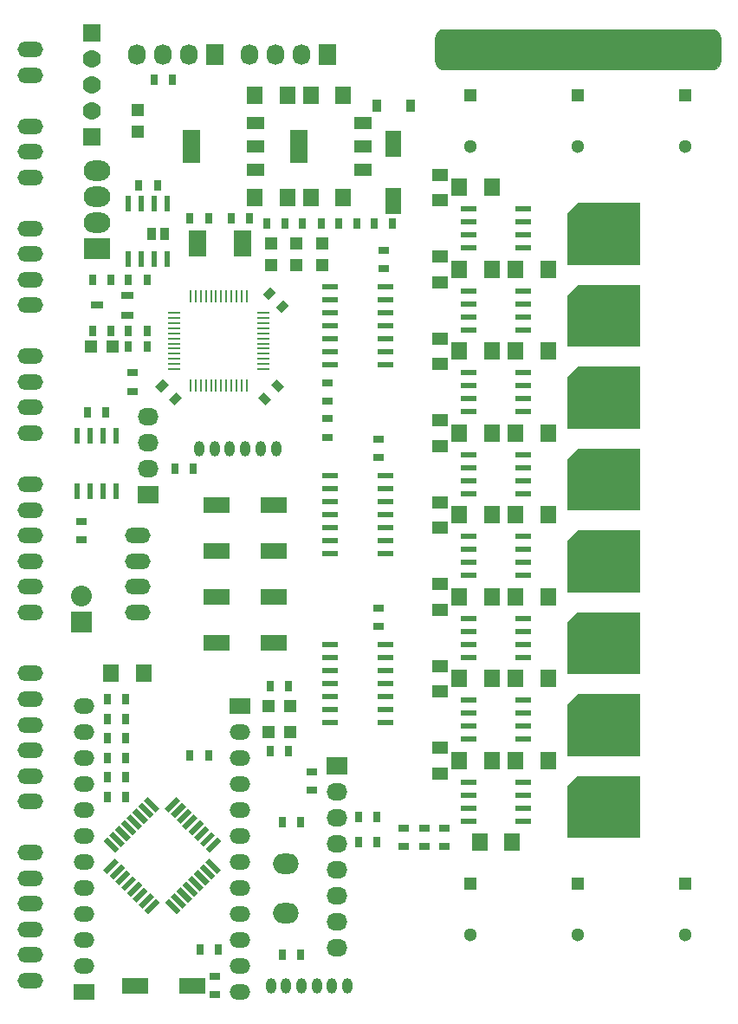
<source format=gbr>
G04 #@! TF.FileFunction,Soldermask,Top*
%FSLAX46Y46*%
G04 Gerber Fmt 4.6, Leading zero omitted, Abs format (unit mm)*
G04 Created by KiCad (PCBNEW 4.0.6) date 08/07/17 13:50:18*
%MOMM*%
%LPD*%
G01*
G04 APERTURE LIST*
%ADD10C,0.100000*%
%ADD11O,2.500000X1.500000*%
%ADD12R,0.800000X1.000000*%
%ADD13O,1.000000X1.524000*%
%ADD14R,1.800000X2.600000*%
%ADD15R,1.300000X1.300000*%
%ADD16C,1.300000*%
%ADD17R,1.000000X0.800000*%
%ADD18R,1.600000X1.800000*%
%ADD19R,1.198880X1.198880*%
%ADD20R,1.500000X1.300000*%
%ADD21R,0.250000X1.300000*%
%ADD22R,1.300000X0.250000*%
%ADD23R,1.700000X1.200000*%
%ADD24R,1.700000X3.300000*%
%ADD25R,1.550000X0.600000*%
%ADD26R,2.032000X1.727200*%
%ADD27O,2.032000X1.727200*%
%ADD28O,2.499360X1.998980*%
%ADD29R,1.727200X2.032000*%
%ADD30O,1.727200X2.032000*%
%ADD31R,1.500000X0.600000*%
%ADD32R,0.600000X1.550000*%
%ADD33R,2.600000X2.000000*%
%ADD34O,2.600000X2.000000*%
%ADD35R,0.910000X1.220000*%
%ADD36R,1.200000X0.800100*%
%ADD37R,2.032000X1.500000*%
%ADD38O,2.032000X1.500000*%
%ADD39R,2.032000X2.032000*%
%ADD40O,2.032000X2.032000*%
%ADD41C,1.770000*%
%ADD42R,1.770000X1.770000*%
%ADD43R,2.600000X1.500000*%
%ADD44R,1.500000X2.600000*%
%ADD45R,0.965200X1.270000*%
%ADD46C,0.026000*%
G04 APERTURE END LIST*
D10*
D11*
X3000000Y-2500000D03*
X3000000Y-5000000D03*
D12*
X14400000Y-30000000D03*
X12600000Y-30000000D03*
D13*
X34000000Y-94000000D03*
X32500000Y-94000000D03*
X31000000Y-94000000D03*
X29500000Y-94000000D03*
X28000000Y-94000000D03*
X26500000Y-94000000D03*
D14*
X23700000Y-21500000D03*
X19300000Y-21500000D03*
D15*
X67000000Y-7000000D03*
D16*
X67000000Y-12000000D03*
D17*
X37500000Y-22100000D03*
X37500000Y-23900000D03*
D18*
X24900000Y-7000000D03*
X28100000Y-7000000D03*
D12*
X24400000Y-19000000D03*
X22600000Y-19000000D03*
X18600000Y-19000000D03*
X20400000Y-19000000D03*
X15400000Y-15750000D03*
X13600000Y-15750000D03*
D18*
X24900000Y-17000000D03*
X28100000Y-17000000D03*
D10*
G36*
X28272792Y-27565685D02*
X27565685Y-28272792D01*
X27000000Y-27707107D01*
X27707107Y-27000000D01*
X28272792Y-27565685D01*
X28272792Y-27565685D01*
G37*
G36*
X27000000Y-26292893D02*
X26292893Y-27000000D01*
X25727208Y-26434315D01*
X26434315Y-25727208D01*
X27000000Y-26292893D01*
X27000000Y-26292893D01*
G37*
G36*
X25934315Y-37272792D02*
X25227208Y-36565685D01*
X25792893Y-36000000D01*
X26500000Y-36707107D01*
X25934315Y-37272792D01*
X25934315Y-37272792D01*
G37*
G36*
X27207107Y-36000000D02*
X26500000Y-35292893D01*
X27065685Y-34727208D01*
X27772792Y-35434315D01*
X27207107Y-36000000D01*
X27207107Y-36000000D01*
G37*
G36*
X15227208Y-35434315D02*
X15934315Y-34727208D01*
X16500000Y-35292893D01*
X15792893Y-36000000D01*
X15227208Y-35434315D01*
X15227208Y-35434315D01*
G37*
G36*
X16500000Y-36707107D02*
X17207107Y-36000000D01*
X17772792Y-36565685D01*
X17065685Y-37272792D01*
X16500000Y-36707107D01*
X16500000Y-36707107D01*
G37*
D18*
X48100000Y-16000000D03*
X44900000Y-16000000D03*
X50100000Y-80000000D03*
X46900000Y-80000000D03*
X53600000Y-24000000D03*
X50400000Y-24000000D03*
X48100000Y-24000000D03*
X44900000Y-24000000D03*
D19*
X13500000Y-10549020D03*
X13500000Y-8450980D03*
X31500000Y-23549020D03*
X31500000Y-21450980D03*
D20*
X43000000Y-17250000D03*
X43000000Y-14750000D03*
X43000000Y-25250000D03*
X43000000Y-22750000D03*
D13*
X27000000Y-41500000D03*
X25500000Y-41500000D03*
X24000000Y-41500000D03*
X22500000Y-41500000D03*
X21000000Y-41500000D03*
X19500000Y-41500000D03*
D12*
X36600000Y-19500000D03*
X38400000Y-19500000D03*
D17*
X32000000Y-36900000D03*
X32000000Y-35100000D03*
D12*
X16900000Y-5500000D03*
X15100000Y-5500000D03*
X34900000Y-19500000D03*
X33100000Y-19500000D03*
D21*
X24150000Y-26650000D03*
X23650000Y-26650000D03*
X23150000Y-26650000D03*
X22650000Y-26650000D03*
X22150000Y-26650000D03*
X21650000Y-26650000D03*
X21150000Y-26650000D03*
X20650000Y-26650000D03*
X20150000Y-26650000D03*
X19650000Y-26650000D03*
X19150000Y-26650000D03*
X18650000Y-26650000D03*
D22*
X17050000Y-28250000D03*
X17050000Y-28750000D03*
X17050000Y-29250000D03*
X17050000Y-29750000D03*
X17050000Y-30250000D03*
X17050000Y-30750000D03*
X17050000Y-31250000D03*
X17050000Y-31750000D03*
X17050000Y-32250000D03*
X17050000Y-32750000D03*
X17050000Y-33250000D03*
X17050000Y-33750000D03*
D21*
X18650000Y-35350000D03*
X19150000Y-35350000D03*
X19650000Y-35350000D03*
X20150000Y-35350000D03*
X20650000Y-35350000D03*
X21150000Y-35350000D03*
X21650000Y-35350000D03*
X22150000Y-35350000D03*
X22650000Y-35350000D03*
X23150000Y-35350000D03*
X23650000Y-35350000D03*
X24150000Y-35350000D03*
D22*
X25750000Y-33750000D03*
X25750000Y-33250000D03*
X25750000Y-32750000D03*
X25750000Y-32250000D03*
X25750000Y-31750000D03*
X25750000Y-31250000D03*
X25750000Y-30750000D03*
X25750000Y-30250000D03*
X25750000Y-29750000D03*
X25750000Y-29250000D03*
X25750000Y-28750000D03*
X25750000Y-28250000D03*
D23*
X25000000Y-14300000D03*
X25000000Y-12000000D03*
X25000000Y-9700000D03*
D24*
X18700000Y-12000000D03*
D25*
X45800000Y-50095000D03*
X45800000Y-51365000D03*
X45800000Y-52635000D03*
X45800000Y-53905000D03*
X51200000Y-53905000D03*
X51200000Y-52635000D03*
X51200000Y-51365000D03*
X51200000Y-50095000D03*
X45800000Y-58095000D03*
X45800000Y-59365000D03*
X45800000Y-60635000D03*
X45800000Y-61905000D03*
X51200000Y-61905000D03*
X51200000Y-60635000D03*
X51200000Y-59365000D03*
X51200000Y-58095000D03*
D18*
X53600000Y-32000000D03*
X50400000Y-32000000D03*
X53600000Y-40000000D03*
X50400000Y-40000000D03*
X53600000Y-48000000D03*
X50400000Y-48000000D03*
X53600000Y-56000000D03*
X50400000Y-56000000D03*
X48100000Y-32000000D03*
X44900000Y-32000000D03*
X48100000Y-40000000D03*
X44900000Y-40000000D03*
X48100000Y-48000000D03*
X44900000Y-48000000D03*
X48100000Y-56000000D03*
X44900000Y-56000000D03*
D20*
X43000000Y-33250000D03*
X43000000Y-30750000D03*
X43000000Y-41250000D03*
X43000000Y-38750000D03*
X43000000Y-49250000D03*
X43000000Y-46750000D03*
X43000000Y-57250000D03*
X43000000Y-54750000D03*
D25*
X45800000Y-66095000D03*
X45800000Y-67365000D03*
X45800000Y-68635000D03*
X45800000Y-69905000D03*
X51200000Y-69905000D03*
X51200000Y-68635000D03*
X51200000Y-67365000D03*
X51200000Y-66095000D03*
X45800000Y-74095000D03*
X45800000Y-75365000D03*
X45800000Y-76635000D03*
X45800000Y-77905000D03*
X51200000Y-77905000D03*
X51200000Y-76635000D03*
X51200000Y-75365000D03*
X51200000Y-74095000D03*
X45800000Y-18095000D03*
X45800000Y-19365000D03*
X45800000Y-20635000D03*
X45800000Y-21905000D03*
X51200000Y-21905000D03*
X51200000Y-20635000D03*
X51200000Y-19365000D03*
X51200000Y-18095000D03*
X45800000Y-26095000D03*
X45800000Y-27365000D03*
X45800000Y-28635000D03*
X45800000Y-29905000D03*
X51200000Y-29905000D03*
X51200000Y-28635000D03*
X51200000Y-27365000D03*
X51200000Y-26095000D03*
D18*
X53600000Y-64000000D03*
X50400000Y-64000000D03*
X53600000Y-72000000D03*
X50400000Y-72000000D03*
X48100000Y-64000000D03*
X44900000Y-64000000D03*
X48100000Y-72000000D03*
X44900000Y-72000000D03*
D20*
X43000000Y-65250000D03*
X43000000Y-62750000D03*
X43000000Y-73250000D03*
X43000000Y-70750000D03*
D25*
X45800000Y-34095000D03*
X45800000Y-35365000D03*
X45800000Y-36635000D03*
X45800000Y-37905000D03*
X51200000Y-37905000D03*
X51200000Y-36635000D03*
X51200000Y-35365000D03*
X51200000Y-34095000D03*
X45800000Y-42095000D03*
X45800000Y-43365000D03*
X45800000Y-44635000D03*
X45800000Y-45905000D03*
X51200000Y-45905000D03*
X51200000Y-44635000D03*
X51200000Y-43365000D03*
X51200000Y-42095000D03*
D12*
X29400000Y-91000000D03*
X27600000Y-91000000D03*
X29400000Y-78000000D03*
X27600000Y-78000000D03*
D10*
G36*
X17675445Y-86636334D02*
X17286536Y-87025243D01*
X16155165Y-85893872D01*
X16544074Y-85504963D01*
X17675445Y-86636334D01*
X17675445Y-86636334D01*
G37*
G36*
X18241130Y-86070648D02*
X17852221Y-86459557D01*
X16720850Y-85328186D01*
X17109759Y-84939277D01*
X18241130Y-86070648D01*
X18241130Y-86070648D01*
G37*
G36*
X18806816Y-85504963D02*
X18417907Y-85893872D01*
X17286536Y-84762501D01*
X17675445Y-84373592D01*
X18806816Y-85504963D01*
X18806816Y-85504963D01*
G37*
G36*
X19372501Y-84939278D02*
X18983592Y-85328187D01*
X17852221Y-84196816D01*
X18241130Y-83807907D01*
X19372501Y-84939278D01*
X19372501Y-84939278D01*
G37*
G36*
X19938187Y-84373592D02*
X19549278Y-84762501D01*
X18417907Y-83631130D01*
X18806816Y-83242221D01*
X19938187Y-84373592D01*
X19938187Y-84373592D01*
G37*
G36*
X20503872Y-83807907D02*
X20114963Y-84196816D01*
X18983592Y-83065445D01*
X19372501Y-82676536D01*
X20503872Y-83807907D01*
X20503872Y-83807907D01*
G37*
G36*
X21069557Y-83242221D02*
X20680648Y-83631130D01*
X19549277Y-82499759D01*
X19938186Y-82110850D01*
X21069557Y-83242221D01*
X21069557Y-83242221D01*
G37*
G36*
X21635243Y-82676536D02*
X21246334Y-83065445D01*
X20114963Y-81934074D01*
X20503872Y-81545165D01*
X21635243Y-82676536D01*
X21635243Y-82676536D01*
G37*
G36*
X21246334Y-79494555D02*
X21635243Y-79883464D01*
X20503872Y-81014835D01*
X20114963Y-80625926D01*
X21246334Y-79494555D01*
X21246334Y-79494555D01*
G37*
G36*
X20680648Y-78928870D02*
X21069557Y-79317779D01*
X19938186Y-80449150D01*
X19549277Y-80060241D01*
X20680648Y-78928870D01*
X20680648Y-78928870D01*
G37*
G36*
X20114963Y-78363184D02*
X20503872Y-78752093D01*
X19372501Y-79883464D01*
X18983592Y-79494555D01*
X20114963Y-78363184D01*
X20114963Y-78363184D01*
G37*
G36*
X19549278Y-77797499D02*
X19938187Y-78186408D01*
X18806816Y-79317779D01*
X18417907Y-78928870D01*
X19549278Y-77797499D01*
X19549278Y-77797499D01*
G37*
G36*
X18983592Y-77231813D02*
X19372501Y-77620722D01*
X18241130Y-78752093D01*
X17852221Y-78363184D01*
X18983592Y-77231813D01*
X18983592Y-77231813D01*
G37*
G36*
X18417907Y-76666128D02*
X18806816Y-77055037D01*
X17675445Y-78186408D01*
X17286536Y-77797499D01*
X18417907Y-76666128D01*
X18417907Y-76666128D01*
G37*
G36*
X17852221Y-76100443D02*
X18241130Y-76489352D01*
X17109759Y-77620723D01*
X16720850Y-77231814D01*
X17852221Y-76100443D01*
X17852221Y-76100443D01*
G37*
G36*
X17286536Y-75534757D02*
X17675445Y-75923666D01*
X16544074Y-77055037D01*
X16155165Y-76666128D01*
X17286536Y-75534757D01*
X17286536Y-75534757D01*
G37*
G36*
X15624835Y-76666128D02*
X15235926Y-77055037D01*
X14104555Y-75923666D01*
X14493464Y-75534757D01*
X15624835Y-76666128D01*
X15624835Y-76666128D01*
G37*
G36*
X15059150Y-77231814D02*
X14670241Y-77620723D01*
X13538870Y-76489352D01*
X13927779Y-76100443D01*
X15059150Y-77231814D01*
X15059150Y-77231814D01*
G37*
G36*
X14493464Y-77797499D02*
X14104555Y-78186408D01*
X12973184Y-77055037D01*
X13362093Y-76666128D01*
X14493464Y-77797499D01*
X14493464Y-77797499D01*
G37*
G36*
X13927779Y-78363184D02*
X13538870Y-78752093D01*
X12407499Y-77620722D01*
X12796408Y-77231813D01*
X13927779Y-78363184D01*
X13927779Y-78363184D01*
G37*
G36*
X13362093Y-78928870D02*
X12973184Y-79317779D01*
X11841813Y-78186408D01*
X12230722Y-77797499D01*
X13362093Y-78928870D01*
X13362093Y-78928870D01*
G37*
G36*
X12796408Y-79494555D02*
X12407499Y-79883464D01*
X11276128Y-78752093D01*
X11665037Y-78363184D01*
X12796408Y-79494555D01*
X12796408Y-79494555D01*
G37*
G36*
X12230723Y-80060241D02*
X11841814Y-80449150D01*
X10710443Y-79317779D01*
X11099352Y-78928870D01*
X12230723Y-80060241D01*
X12230723Y-80060241D01*
G37*
G36*
X11665037Y-80625926D02*
X11276128Y-81014835D01*
X10144757Y-79883464D01*
X10533666Y-79494555D01*
X11665037Y-80625926D01*
X11665037Y-80625926D01*
G37*
G36*
X11276128Y-81545165D02*
X11665037Y-81934074D01*
X10533666Y-83065445D01*
X10144757Y-82676536D01*
X11276128Y-81545165D01*
X11276128Y-81545165D01*
G37*
G36*
X11841814Y-82110850D02*
X12230723Y-82499759D01*
X11099352Y-83631130D01*
X10710443Y-83242221D01*
X11841814Y-82110850D01*
X11841814Y-82110850D01*
G37*
G36*
X12407499Y-82676536D02*
X12796408Y-83065445D01*
X11665037Y-84196816D01*
X11276128Y-83807907D01*
X12407499Y-82676536D01*
X12407499Y-82676536D01*
G37*
G36*
X12973184Y-83242221D02*
X13362093Y-83631130D01*
X12230722Y-84762501D01*
X11841813Y-84373592D01*
X12973184Y-83242221D01*
X12973184Y-83242221D01*
G37*
G36*
X13538870Y-83807907D02*
X13927779Y-84196816D01*
X12796408Y-85328187D01*
X12407499Y-84939278D01*
X13538870Y-83807907D01*
X13538870Y-83807907D01*
G37*
G36*
X14104555Y-84373592D02*
X14493464Y-84762501D01*
X13362093Y-85893872D01*
X12973184Y-85504963D01*
X14104555Y-84373592D01*
X14104555Y-84373592D01*
G37*
G36*
X14670241Y-84939277D02*
X15059150Y-85328186D01*
X13927779Y-86459557D01*
X13538870Y-86070648D01*
X14670241Y-84939277D01*
X14670241Y-84939277D01*
G37*
G36*
X15235926Y-85504963D02*
X15624835Y-85893872D01*
X14493464Y-87025243D01*
X14104555Y-86636334D01*
X15235926Y-85504963D01*
X15235926Y-85504963D01*
G37*
D26*
X33000000Y-72500000D03*
D27*
X33000000Y-75040000D03*
X33000000Y-77580000D03*
X33000000Y-80120000D03*
X33000000Y-82660000D03*
X33000000Y-85200000D03*
X33000000Y-87740000D03*
X33000000Y-90280000D03*
D12*
X35100000Y-80000000D03*
X36900000Y-80000000D03*
X35100000Y-77500000D03*
X36900000Y-77500000D03*
X19600000Y-90500000D03*
X21400000Y-90500000D03*
D28*
X28000000Y-86940940D03*
X28000000Y-82059060D03*
D17*
X39500000Y-78600000D03*
X39500000Y-80400000D03*
D26*
X14500000Y-46000000D03*
D27*
X14500000Y-43460000D03*
X14500000Y-40920000D03*
X14500000Y-38380000D03*
D12*
X18900000Y-43500000D03*
X17100000Y-43500000D03*
D17*
X43500000Y-80400000D03*
X43500000Y-78600000D03*
X41500000Y-78600000D03*
X41500000Y-80400000D03*
D15*
X67000000Y-84000000D03*
D16*
X67000000Y-89000000D03*
D15*
X46000000Y-7000000D03*
D16*
X46000000Y-12000000D03*
D15*
X46000000Y-84000000D03*
D16*
X46000000Y-89000000D03*
D15*
X56500000Y-84000000D03*
D16*
X56500000Y-89000000D03*
D15*
X56500000Y-7000000D03*
D16*
X56500000Y-12000000D03*
D19*
X29000000Y-23549020D03*
X29000000Y-21450980D03*
X26500000Y-23549020D03*
X26500000Y-21450980D03*
X26270980Y-69215000D03*
X28369020Y-69215000D03*
X26270980Y-66675000D03*
X28369020Y-66675000D03*
D12*
X31400000Y-19500000D03*
X29600000Y-19500000D03*
X27900000Y-19500000D03*
X26100000Y-19500000D03*
X28220000Y-71120000D03*
X26420000Y-71120000D03*
X28220000Y-64770000D03*
X26420000Y-64770000D03*
D29*
X21000000Y-3000000D03*
D30*
X18460000Y-3000000D03*
X15920000Y-3000000D03*
X13380000Y-3000000D03*
D29*
X32000000Y-3000000D03*
D30*
X29460000Y-3000000D03*
X26920000Y-3000000D03*
X24380000Y-3000000D03*
D31*
X32300000Y-25690000D03*
X32300000Y-26960000D03*
X32300000Y-28230000D03*
X32300000Y-29500000D03*
X32300000Y-30770000D03*
X32300000Y-32040000D03*
X32300000Y-33310000D03*
X37700000Y-33310000D03*
X37700000Y-32040000D03*
X37700000Y-30770000D03*
X37700000Y-29500000D03*
X37700000Y-28230000D03*
X37700000Y-26960000D03*
X37700000Y-25690000D03*
X32300000Y-60690000D03*
X32300000Y-61960000D03*
X32300000Y-63230000D03*
X32300000Y-64500000D03*
X32300000Y-65770000D03*
X32300000Y-67040000D03*
X32300000Y-68310000D03*
X37700000Y-68310000D03*
X37700000Y-67040000D03*
X37700000Y-65770000D03*
X37700000Y-64500000D03*
X37700000Y-63230000D03*
X37700000Y-61960000D03*
X37700000Y-60690000D03*
D17*
X32000000Y-40400000D03*
X32000000Y-38600000D03*
D31*
X32300000Y-44190000D03*
X32300000Y-45460000D03*
X32300000Y-46730000D03*
X32300000Y-48000000D03*
X32300000Y-49270000D03*
X32300000Y-50540000D03*
X32300000Y-51810000D03*
X37700000Y-51810000D03*
X37700000Y-50540000D03*
X37700000Y-49270000D03*
X37700000Y-48000000D03*
X37700000Y-46730000D03*
X37700000Y-45460000D03*
X37700000Y-44190000D03*
D18*
X33600000Y-7000000D03*
X30400000Y-7000000D03*
X33600000Y-17000000D03*
X30400000Y-17000000D03*
D32*
X12595000Y-22950000D03*
X13865000Y-22950000D03*
X15135000Y-22950000D03*
X16405000Y-22950000D03*
X16405000Y-17550000D03*
X15135000Y-17550000D03*
X13865000Y-17550000D03*
X12595000Y-17550000D03*
D33*
X9500000Y-22000000D03*
D34*
X9500000Y-19460000D03*
X9500000Y-16920000D03*
X9500000Y-14380000D03*
D23*
X35500000Y-14300000D03*
X35500000Y-12000000D03*
X35500000Y-9700000D03*
D24*
X29200000Y-12000000D03*
D35*
X36865000Y-8000000D03*
X40135000Y-8000000D03*
D17*
X21000000Y-93100000D03*
X21000000Y-94900000D03*
X37000000Y-57100000D03*
X37000000Y-58900000D03*
X37000000Y-40600000D03*
X37000000Y-42400000D03*
D36*
X12501140Y-28450000D03*
X12501140Y-26550000D03*
X9498860Y-27500000D03*
D12*
X9100000Y-30000000D03*
X10900000Y-30000000D03*
D17*
X13000000Y-34100000D03*
X13000000Y-35900000D03*
D12*
X10900000Y-25000000D03*
X9100000Y-25000000D03*
X14400000Y-25000000D03*
X12600000Y-25000000D03*
X12345000Y-73660000D03*
X10545000Y-73660000D03*
X12345000Y-69850000D03*
X10545000Y-69850000D03*
X12345000Y-66040000D03*
X10545000Y-66040000D03*
X10545000Y-75565000D03*
X12345000Y-75565000D03*
X10545000Y-71755000D03*
X12345000Y-71755000D03*
X10545000Y-67945000D03*
X12345000Y-67945000D03*
D37*
X8270000Y-94615000D03*
D38*
X8270000Y-92075000D03*
X8270000Y-89535000D03*
X8270000Y-86995000D03*
X8270000Y-84455000D03*
X8270000Y-81915000D03*
X8270000Y-79375000D03*
X8270000Y-76835000D03*
X8270000Y-74295000D03*
X8270000Y-71755000D03*
X8270000Y-69215000D03*
X8270000Y-66675000D03*
D37*
X23510000Y-66675000D03*
D38*
X23510000Y-69215000D03*
X23510000Y-71755000D03*
X23510000Y-74295000D03*
X23510000Y-76835000D03*
X23510000Y-79375000D03*
X23510000Y-81915000D03*
X23510000Y-84455000D03*
X23510000Y-86995000D03*
X23510000Y-89535000D03*
X23510000Y-92075000D03*
X23510000Y-94615000D03*
D39*
X8000000Y-58500000D03*
D40*
X8000000Y-55960000D03*
D11*
X13500000Y-50000000D03*
X13500000Y-52500000D03*
X13500000Y-55000000D03*
X13500000Y-57500000D03*
D17*
X8000000Y-50400000D03*
X8000000Y-48600000D03*
D32*
X11405000Y-40300000D03*
X10135000Y-40300000D03*
X8865000Y-40300000D03*
X7595000Y-40300000D03*
X7595000Y-45700000D03*
X8865000Y-45700000D03*
X10135000Y-45700000D03*
X11405000Y-45700000D03*
D41*
X9000000Y-3460000D03*
X9000000Y-6000000D03*
X9000000Y-8540000D03*
D42*
X9000000Y-11080000D03*
X9000000Y-920000D03*
D11*
X3000000Y-10000000D03*
X3000000Y-12500000D03*
X3000000Y-15000000D03*
X3000000Y-45000000D03*
X3000000Y-47500000D03*
X3000000Y-50000000D03*
X3000000Y-52500000D03*
X3000000Y-55000000D03*
X3000000Y-57500000D03*
X3000000Y-63500000D03*
X3000000Y-66000000D03*
X3000000Y-68500000D03*
X3000000Y-71000000D03*
X3000000Y-73500000D03*
X3000000Y-76000000D03*
X3000000Y-81000000D03*
X3000000Y-83500000D03*
X3000000Y-86000000D03*
X3000000Y-88500000D03*
X3000000Y-91000000D03*
X3000000Y-93500000D03*
D12*
X10400000Y-38000000D03*
X8600000Y-38000000D03*
D17*
X30500000Y-74900000D03*
X30500000Y-73100000D03*
D12*
X20400000Y-71500000D03*
X18600000Y-71500000D03*
D11*
X3000000Y-20000000D03*
X3000000Y-22500000D03*
X3000000Y-25000000D03*
X3000000Y-27500000D03*
X3000000Y-32500000D03*
X3000000Y-35000000D03*
X3000000Y-37500000D03*
X3000000Y-40000000D03*
D43*
X26800000Y-56000000D03*
X21200000Y-56000000D03*
X26800000Y-60500000D03*
X21200000Y-60500000D03*
X26800000Y-47000000D03*
X21200000Y-47000000D03*
X26800000Y-51500000D03*
X21200000Y-51500000D03*
D44*
X38500000Y-11700000D03*
X38500000Y-17300000D03*
D43*
X13200000Y-94000000D03*
X18800000Y-94000000D03*
D18*
X10900000Y-63500000D03*
X14100000Y-63500000D03*
D45*
X14865000Y-20500000D03*
X16135000Y-20500000D03*
D19*
X8950980Y-31500000D03*
X11049020Y-31500000D03*
D12*
X12600000Y-31500000D03*
X14400000Y-31500000D03*
D46*
G36*
X62487000Y-23487000D02*
X55513000Y-23487000D01*
X55513000Y-18505384D01*
X56505384Y-17513000D01*
X62487000Y-17513000D01*
X62487000Y-23487000D01*
X62487000Y-23487000D01*
G37*
X62487000Y-23487000D02*
X55513000Y-23487000D01*
X55513000Y-18505384D01*
X56505384Y-17513000D01*
X62487000Y-17513000D01*
X62487000Y-23487000D01*
G36*
X62487000Y-31487000D02*
X55513000Y-31487000D01*
X55513000Y-26505384D01*
X56505384Y-25513000D01*
X62487000Y-25513000D01*
X62487000Y-31487000D01*
X62487000Y-31487000D01*
G37*
X62487000Y-31487000D02*
X55513000Y-31487000D01*
X55513000Y-26505384D01*
X56505384Y-25513000D01*
X62487000Y-25513000D01*
X62487000Y-31487000D01*
G36*
X62487000Y-39487000D02*
X55513000Y-39487000D01*
X55513000Y-34505384D01*
X56505384Y-33513000D01*
X62487000Y-33513000D01*
X62487000Y-39487000D01*
X62487000Y-39487000D01*
G37*
X62487000Y-39487000D02*
X55513000Y-39487000D01*
X55513000Y-34505384D01*
X56505384Y-33513000D01*
X62487000Y-33513000D01*
X62487000Y-39487000D01*
G36*
X62487000Y-47487000D02*
X55513000Y-47487000D01*
X55513000Y-42505384D01*
X56505384Y-41513000D01*
X62487000Y-41513000D01*
X62487000Y-47487000D01*
X62487000Y-47487000D01*
G37*
X62487000Y-47487000D02*
X55513000Y-47487000D01*
X55513000Y-42505384D01*
X56505384Y-41513000D01*
X62487000Y-41513000D01*
X62487000Y-47487000D01*
G36*
X62487000Y-55487000D02*
X55513000Y-55487000D01*
X55513000Y-50505384D01*
X56505384Y-49513000D01*
X62487000Y-49513000D01*
X62487000Y-55487000D01*
X62487000Y-55487000D01*
G37*
X62487000Y-55487000D02*
X55513000Y-55487000D01*
X55513000Y-50505384D01*
X56505384Y-49513000D01*
X62487000Y-49513000D01*
X62487000Y-55487000D01*
G36*
X62487000Y-63487000D02*
X55513000Y-63487000D01*
X55513000Y-58505384D01*
X56505384Y-57513000D01*
X62487000Y-57513000D01*
X62487000Y-63487000D01*
X62487000Y-63487000D01*
G37*
X62487000Y-63487000D02*
X55513000Y-63487000D01*
X55513000Y-58505384D01*
X56505384Y-57513000D01*
X62487000Y-57513000D01*
X62487000Y-63487000D01*
G36*
X62487000Y-71487000D02*
X55513000Y-71487000D01*
X55513000Y-66505384D01*
X56505384Y-65513000D01*
X62487000Y-65513000D01*
X62487000Y-71487000D01*
X62487000Y-71487000D01*
G37*
X62487000Y-71487000D02*
X55513000Y-71487000D01*
X55513000Y-66505384D01*
X56505384Y-65513000D01*
X62487000Y-65513000D01*
X62487000Y-71487000D01*
G36*
X62487000Y-79487000D02*
X55513000Y-79487000D01*
X55513000Y-74505384D01*
X56505384Y-73513000D01*
X62487000Y-73513000D01*
X62487000Y-79487000D01*
X62487000Y-79487000D01*
G37*
X62487000Y-79487000D02*
X55513000Y-79487000D01*
X55513000Y-74505384D01*
X56505384Y-73513000D01*
X62487000Y-73513000D01*
X62487000Y-79487000D01*
G36*
X69877611Y-588366D02*
X70197735Y-802265D01*
X70411634Y-1122389D01*
X70487000Y-1501279D01*
X70487000Y-3498721D01*
X70411634Y-3877611D01*
X70197735Y-4197735D01*
X69877611Y-4411634D01*
X69498721Y-4487000D01*
X43501279Y-4487000D01*
X43122389Y-4411634D01*
X42802265Y-4197735D01*
X42588366Y-3877611D01*
X42513000Y-3498721D01*
X42513000Y-1501279D01*
X42588366Y-1122389D01*
X42802265Y-802265D01*
X43122389Y-588366D01*
X43501279Y-513000D01*
X69498721Y-513000D01*
X69877611Y-588366D01*
X69877611Y-588366D01*
G37*
X69877611Y-588366D02*
X70197735Y-802265D01*
X70411634Y-1122389D01*
X70487000Y-1501279D01*
X70487000Y-3498721D01*
X70411634Y-3877611D01*
X70197735Y-4197735D01*
X69877611Y-4411634D01*
X69498721Y-4487000D01*
X43501279Y-4487000D01*
X43122389Y-4411634D01*
X42802265Y-4197735D01*
X42588366Y-3877611D01*
X42513000Y-3498721D01*
X42513000Y-1501279D01*
X42588366Y-1122389D01*
X42802265Y-802265D01*
X43122389Y-588366D01*
X43501279Y-513000D01*
X69498721Y-513000D01*
X69877611Y-588366D01*
M02*

</source>
